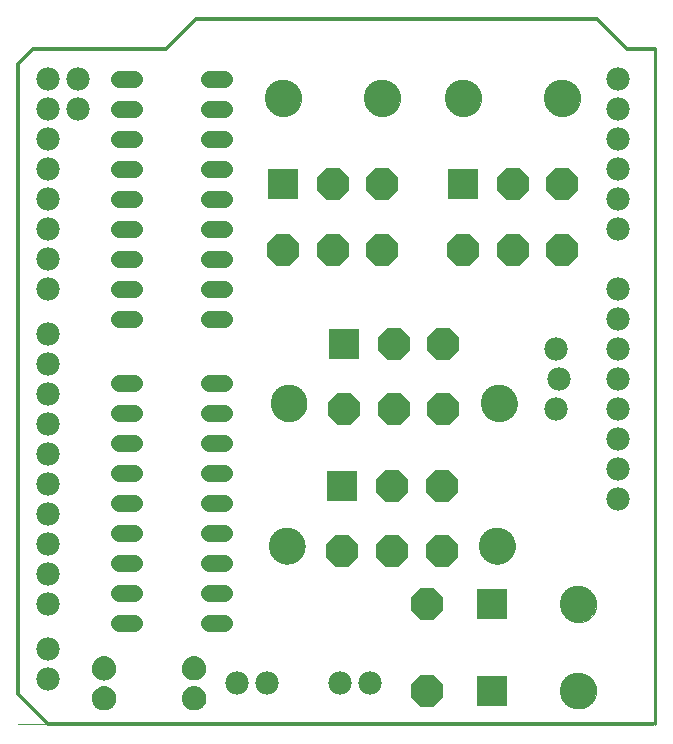
<source format=gbs>
G75*
%MOIN*%
%OFA0B0*%
%FSLAX25Y25*%
%IPPOS*%
%LPD*%
%AMOC8*
5,1,8,0,0,1.08239X$1,22.5*
%
%ADD10C,0.00000*%
%ADD11C,0.01000*%
%ADD12C,0.01200*%
%ADD13C,0.07800*%
%ADD14C,0.00500*%
%ADD15C,0.05600*%
%ADD16OC8,0.10400*%
%ADD17R,0.10400X0.10400*%
%ADD18C,0.12211*%
D10*
X0005000Y0005000D02*
X0015000Y0005000D01*
X0208701Y0005000D01*
X0185959Y0016250D02*
X0185961Y0016403D01*
X0185967Y0016557D01*
X0185977Y0016710D01*
X0185991Y0016862D01*
X0186009Y0017015D01*
X0186031Y0017166D01*
X0186056Y0017317D01*
X0186086Y0017468D01*
X0186120Y0017618D01*
X0186157Y0017766D01*
X0186198Y0017914D01*
X0186243Y0018060D01*
X0186292Y0018206D01*
X0186345Y0018350D01*
X0186401Y0018492D01*
X0186461Y0018633D01*
X0186525Y0018773D01*
X0186592Y0018911D01*
X0186663Y0019047D01*
X0186738Y0019181D01*
X0186815Y0019313D01*
X0186897Y0019443D01*
X0186981Y0019571D01*
X0187069Y0019697D01*
X0187160Y0019820D01*
X0187254Y0019941D01*
X0187352Y0020059D01*
X0187452Y0020175D01*
X0187556Y0020288D01*
X0187662Y0020399D01*
X0187771Y0020507D01*
X0187883Y0020612D01*
X0187997Y0020713D01*
X0188115Y0020812D01*
X0188234Y0020908D01*
X0188356Y0021001D01*
X0188481Y0021090D01*
X0188608Y0021177D01*
X0188737Y0021259D01*
X0188868Y0021339D01*
X0189001Y0021415D01*
X0189136Y0021488D01*
X0189273Y0021557D01*
X0189412Y0021622D01*
X0189552Y0021684D01*
X0189694Y0021742D01*
X0189837Y0021797D01*
X0189982Y0021848D01*
X0190128Y0021895D01*
X0190275Y0021938D01*
X0190423Y0021977D01*
X0190572Y0022013D01*
X0190722Y0022044D01*
X0190873Y0022072D01*
X0191024Y0022096D01*
X0191177Y0022116D01*
X0191329Y0022132D01*
X0191482Y0022144D01*
X0191635Y0022152D01*
X0191788Y0022156D01*
X0191942Y0022156D01*
X0192095Y0022152D01*
X0192248Y0022144D01*
X0192401Y0022132D01*
X0192553Y0022116D01*
X0192706Y0022096D01*
X0192857Y0022072D01*
X0193008Y0022044D01*
X0193158Y0022013D01*
X0193307Y0021977D01*
X0193455Y0021938D01*
X0193602Y0021895D01*
X0193748Y0021848D01*
X0193893Y0021797D01*
X0194036Y0021742D01*
X0194178Y0021684D01*
X0194318Y0021622D01*
X0194457Y0021557D01*
X0194594Y0021488D01*
X0194729Y0021415D01*
X0194862Y0021339D01*
X0194993Y0021259D01*
X0195122Y0021177D01*
X0195249Y0021090D01*
X0195374Y0021001D01*
X0195496Y0020908D01*
X0195615Y0020812D01*
X0195733Y0020713D01*
X0195847Y0020612D01*
X0195959Y0020507D01*
X0196068Y0020399D01*
X0196174Y0020288D01*
X0196278Y0020175D01*
X0196378Y0020059D01*
X0196476Y0019941D01*
X0196570Y0019820D01*
X0196661Y0019697D01*
X0196749Y0019571D01*
X0196833Y0019443D01*
X0196915Y0019313D01*
X0196992Y0019181D01*
X0197067Y0019047D01*
X0197138Y0018911D01*
X0197205Y0018773D01*
X0197269Y0018633D01*
X0197329Y0018492D01*
X0197385Y0018350D01*
X0197438Y0018206D01*
X0197487Y0018060D01*
X0197532Y0017914D01*
X0197573Y0017766D01*
X0197610Y0017618D01*
X0197644Y0017468D01*
X0197674Y0017317D01*
X0197699Y0017166D01*
X0197721Y0017015D01*
X0197739Y0016862D01*
X0197753Y0016710D01*
X0197763Y0016557D01*
X0197769Y0016403D01*
X0197771Y0016250D01*
X0197769Y0016097D01*
X0197763Y0015943D01*
X0197753Y0015790D01*
X0197739Y0015638D01*
X0197721Y0015485D01*
X0197699Y0015334D01*
X0197674Y0015183D01*
X0197644Y0015032D01*
X0197610Y0014882D01*
X0197573Y0014734D01*
X0197532Y0014586D01*
X0197487Y0014440D01*
X0197438Y0014294D01*
X0197385Y0014150D01*
X0197329Y0014008D01*
X0197269Y0013867D01*
X0197205Y0013727D01*
X0197138Y0013589D01*
X0197067Y0013453D01*
X0196992Y0013319D01*
X0196915Y0013187D01*
X0196833Y0013057D01*
X0196749Y0012929D01*
X0196661Y0012803D01*
X0196570Y0012680D01*
X0196476Y0012559D01*
X0196378Y0012441D01*
X0196278Y0012325D01*
X0196174Y0012212D01*
X0196068Y0012101D01*
X0195959Y0011993D01*
X0195847Y0011888D01*
X0195733Y0011787D01*
X0195615Y0011688D01*
X0195496Y0011592D01*
X0195374Y0011499D01*
X0195249Y0011410D01*
X0195122Y0011323D01*
X0194993Y0011241D01*
X0194862Y0011161D01*
X0194729Y0011085D01*
X0194594Y0011012D01*
X0194457Y0010943D01*
X0194318Y0010878D01*
X0194178Y0010816D01*
X0194036Y0010758D01*
X0193893Y0010703D01*
X0193748Y0010652D01*
X0193602Y0010605D01*
X0193455Y0010562D01*
X0193307Y0010523D01*
X0193158Y0010487D01*
X0193008Y0010456D01*
X0192857Y0010428D01*
X0192706Y0010404D01*
X0192553Y0010384D01*
X0192401Y0010368D01*
X0192248Y0010356D01*
X0192095Y0010348D01*
X0191942Y0010344D01*
X0191788Y0010344D01*
X0191635Y0010348D01*
X0191482Y0010356D01*
X0191329Y0010368D01*
X0191177Y0010384D01*
X0191024Y0010404D01*
X0190873Y0010428D01*
X0190722Y0010456D01*
X0190572Y0010487D01*
X0190423Y0010523D01*
X0190275Y0010562D01*
X0190128Y0010605D01*
X0189982Y0010652D01*
X0189837Y0010703D01*
X0189694Y0010758D01*
X0189552Y0010816D01*
X0189412Y0010878D01*
X0189273Y0010943D01*
X0189136Y0011012D01*
X0189001Y0011085D01*
X0188868Y0011161D01*
X0188737Y0011241D01*
X0188608Y0011323D01*
X0188481Y0011410D01*
X0188356Y0011499D01*
X0188234Y0011592D01*
X0188115Y0011688D01*
X0187997Y0011787D01*
X0187883Y0011888D01*
X0187771Y0011993D01*
X0187662Y0012101D01*
X0187556Y0012212D01*
X0187452Y0012325D01*
X0187352Y0012441D01*
X0187254Y0012559D01*
X0187160Y0012680D01*
X0187069Y0012803D01*
X0186981Y0012929D01*
X0186897Y0013057D01*
X0186815Y0013187D01*
X0186738Y0013319D01*
X0186663Y0013453D01*
X0186592Y0013589D01*
X0186525Y0013727D01*
X0186461Y0013867D01*
X0186401Y0014008D01*
X0186345Y0014150D01*
X0186292Y0014294D01*
X0186243Y0014440D01*
X0186198Y0014586D01*
X0186157Y0014734D01*
X0186120Y0014882D01*
X0186086Y0015032D01*
X0186056Y0015183D01*
X0186031Y0015334D01*
X0186009Y0015485D01*
X0185991Y0015638D01*
X0185977Y0015790D01*
X0185967Y0015943D01*
X0185961Y0016097D01*
X0185959Y0016250D01*
X0185959Y0045000D02*
X0185961Y0045153D01*
X0185967Y0045307D01*
X0185977Y0045460D01*
X0185991Y0045612D01*
X0186009Y0045765D01*
X0186031Y0045916D01*
X0186056Y0046067D01*
X0186086Y0046218D01*
X0186120Y0046368D01*
X0186157Y0046516D01*
X0186198Y0046664D01*
X0186243Y0046810D01*
X0186292Y0046956D01*
X0186345Y0047100D01*
X0186401Y0047242D01*
X0186461Y0047383D01*
X0186525Y0047523D01*
X0186592Y0047661D01*
X0186663Y0047797D01*
X0186738Y0047931D01*
X0186815Y0048063D01*
X0186897Y0048193D01*
X0186981Y0048321D01*
X0187069Y0048447D01*
X0187160Y0048570D01*
X0187254Y0048691D01*
X0187352Y0048809D01*
X0187452Y0048925D01*
X0187556Y0049038D01*
X0187662Y0049149D01*
X0187771Y0049257D01*
X0187883Y0049362D01*
X0187997Y0049463D01*
X0188115Y0049562D01*
X0188234Y0049658D01*
X0188356Y0049751D01*
X0188481Y0049840D01*
X0188608Y0049927D01*
X0188737Y0050009D01*
X0188868Y0050089D01*
X0189001Y0050165D01*
X0189136Y0050238D01*
X0189273Y0050307D01*
X0189412Y0050372D01*
X0189552Y0050434D01*
X0189694Y0050492D01*
X0189837Y0050547D01*
X0189982Y0050598D01*
X0190128Y0050645D01*
X0190275Y0050688D01*
X0190423Y0050727D01*
X0190572Y0050763D01*
X0190722Y0050794D01*
X0190873Y0050822D01*
X0191024Y0050846D01*
X0191177Y0050866D01*
X0191329Y0050882D01*
X0191482Y0050894D01*
X0191635Y0050902D01*
X0191788Y0050906D01*
X0191942Y0050906D01*
X0192095Y0050902D01*
X0192248Y0050894D01*
X0192401Y0050882D01*
X0192553Y0050866D01*
X0192706Y0050846D01*
X0192857Y0050822D01*
X0193008Y0050794D01*
X0193158Y0050763D01*
X0193307Y0050727D01*
X0193455Y0050688D01*
X0193602Y0050645D01*
X0193748Y0050598D01*
X0193893Y0050547D01*
X0194036Y0050492D01*
X0194178Y0050434D01*
X0194318Y0050372D01*
X0194457Y0050307D01*
X0194594Y0050238D01*
X0194729Y0050165D01*
X0194862Y0050089D01*
X0194993Y0050009D01*
X0195122Y0049927D01*
X0195249Y0049840D01*
X0195374Y0049751D01*
X0195496Y0049658D01*
X0195615Y0049562D01*
X0195733Y0049463D01*
X0195847Y0049362D01*
X0195959Y0049257D01*
X0196068Y0049149D01*
X0196174Y0049038D01*
X0196278Y0048925D01*
X0196378Y0048809D01*
X0196476Y0048691D01*
X0196570Y0048570D01*
X0196661Y0048447D01*
X0196749Y0048321D01*
X0196833Y0048193D01*
X0196915Y0048063D01*
X0196992Y0047931D01*
X0197067Y0047797D01*
X0197138Y0047661D01*
X0197205Y0047523D01*
X0197269Y0047383D01*
X0197329Y0047242D01*
X0197385Y0047100D01*
X0197438Y0046956D01*
X0197487Y0046810D01*
X0197532Y0046664D01*
X0197573Y0046516D01*
X0197610Y0046368D01*
X0197644Y0046218D01*
X0197674Y0046067D01*
X0197699Y0045916D01*
X0197721Y0045765D01*
X0197739Y0045612D01*
X0197753Y0045460D01*
X0197763Y0045307D01*
X0197769Y0045153D01*
X0197771Y0045000D01*
X0197769Y0044847D01*
X0197763Y0044693D01*
X0197753Y0044540D01*
X0197739Y0044388D01*
X0197721Y0044235D01*
X0197699Y0044084D01*
X0197674Y0043933D01*
X0197644Y0043782D01*
X0197610Y0043632D01*
X0197573Y0043484D01*
X0197532Y0043336D01*
X0197487Y0043190D01*
X0197438Y0043044D01*
X0197385Y0042900D01*
X0197329Y0042758D01*
X0197269Y0042617D01*
X0197205Y0042477D01*
X0197138Y0042339D01*
X0197067Y0042203D01*
X0196992Y0042069D01*
X0196915Y0041937D01*
X0196833Y0041807D01*
X0196749Y0041679D01*
X0196661Y0041553D01*
X0196570Y0041430D01*
X0196476Y0041309D01*
X0196378Y0041191D01*
X0196278Y0041075D01*
X0196174Y0040962D01*
X0196068Y0040851D01*
X0195959Y0040743D01*
X0195847Y0040638D01*
X0195733Y0040537D01*
X0195615Y0040438D01*
X0195496Y0040342D01*
X0195374Y0040249D01*
X0195249Y0040160D01*
X0195122Y0040073D01*
X0194993Y0039991D01*
X0194862Y0039911D01*
X0194729Y0039835D01*
X0194594Y0039762D01*
X0194457Y0039693D01*
X0194318Y0039628D01*
X0194178Y0039566D01*
X0194036Y0039508D01*
X0193893Y0039453D01*
X0193748Y0039402D01*
X0193602Y0039355D01*
X0193455Y0039312D01*
X0193307Y0039273D01*
X0193158Y0039237D01*
X0193008Y0039206D01*
X0192857Y0039178D01*
X0192706Y0039154D01*
X0192553Y0039134D01*
X0192401Y0039118D01*
X0192248Y0039106D01*
X0192095Y0039098D01*
X0191942Y0039094D01*
X0191788Y0039094D01*
X0191635Y0039098D01*
X0191482Y0039106D01*
X0191329Y0039118D01*
X0191177Y0039134D01*
X0191024Y0039154D01*
X0190873Y0039178D01*
X0190722Y0039206D01*
X0190572Y0039237D01*
X0190423Y0039273D01*
X0190275Y0039312D01*
X0190128Y0039355D01*
X0189982Y0039402D01*
X0189837Y0039453D01*
X0189694Y0039508D01*
X0189552Y0039566D01*
X0189412Y0039628D01*
X0189273Y0039693D01*
X0189136Y0039762D01*
X0189001Y0039835D01*
X0188868Y0039911D01*
X0188737Y0039991D01*
X0188608Y0040073D01*
X0188481Y0040160D01*
X0188356Y0040249D01*
X0188234Y0040342D01*
X0188115Y0040438D01*
X0187997Y0040537D01*
X0187883Y0040638D01*
X0187771Y0040743D01*
X0187662Y0040851D01*
X0187556Y0040962D01*
X0187452Y0041075D01*
X0187352Y0041191D01*
X0187254Y0041309D01*
X0187160Y0041430D01*
X0187069Y0041553D01*
X0186981Y0041679D01*
X0186897Y0041807D01*
X0186815Y0041937D01*
X0186738Y0042069D01*
X0186663Y0042203D01*
X0186592Y0042339D01*
X0186525Y0042477D01*
X0186461Y0042617D01*
X0186401Y0042758D01*
X0186345Y0042900D01*
X0186292Y0043044D01*
X0186243Y0043190D01*
X0186198Y0043336D01*
X0186157Y0043484D01*
X0186120Y0043632D01*
X0186086Y0043782D01*
X0186056Y0043933D01*
X0186031Y0044084D01*
X0186009Y0044235D01*
X0185991Y0044388D01*
X0185977Y0044540D01*
X0185967Y0044693D01*
X0185961Y0044847D01*
X0185959Y0045000D01*
X0158848Y0064532D02*
X0158850Y0064685D01*
X0158856Y0064839D01*
X0158866Y0064992D01*
X0158880Y0065144D01*
X0158898Y0065297D01*
X0158920Y0065448D01*
X0158945Y0065599D01*
X0158975Y0065750D01*
X0159009Y0065900D01*
X0159046Y0066048D01*
X0159087Y0066196D01*
X0159132Y0066342D01*
X0159181Y0066488D01*
X0159234Y0066632D01*
X0159290Y0066774D01*
X0159350Y0066915D01*
X0159414Y0067055D01*
X0159481Y0067193D01*
X0159552Y0067329D01*
X0159627Y0067463D01*
X0159704Y0067595D01*
X0159786Y0067725D01*
X0159870Y0067853D01*
X0159958Y0067979D01*
X0160049Y0068102D01*
X0160143Y0068223D01*
X0160241Y0068341D01*
X0160341Y0068457D01*
X0160445Y0068570D01*
X0160551Y0068681D01*
X0160660Y0068789D01*
X0160772Y0068894D01*
X0160886Y0068995D01*
X0161004Y0069094D01*
X0161123Y0069190D01*
X0161245Y0069283D01*
X0161370Y0069372D01*
X0161497Y0069459D01*
X0161626Y0069541D01*
X0161757Y0069621D01*
X0161890Y0069697D01*
X0162025Y0069770D01*
X0162162Y0069839D01*
X0162301Y0069904D01*
X0162441Y0069966D01*
X0162583Y0070024D01*
X0162726Y0070079D01*
X0162871Y0070130D01*
X0163017Y0070177D01*
X0163164Y0070220D01*
X0163312Y0070259D01*
X0163461Y0070295D01*
X0163611Y0070326D01*
X0163762Y0070354D01*
X0163913Y0070378D01*
X0164066Y0070398D01*
X0164218Y0070414D01*
X0164371Y0070426D01*
X0164524Y0070434D01*
X0164677Y0070438D01*
X0164831Y0070438D01*
X0164984Y0070434D01*
X0165137Y0070426D01*
X0165290Y0070414D01*
X0165442Y0070398D01*
X0165595Y0070378D01*
X0165746Y0070354D01*
X0165897Y0070326D01*
X0166047Y0070295D01*
X0166196Y0070259D01*
X0166344Y0070220D01*
X0166491Y0070177D01*
X0166637Y0070130D01*
X0166782Y0070079D01*
X0166925Y0070024D01*
X0167067Y0069966D01*
X0167207Y0069904D01*
X0167346Y0069839D01*
X0167483Y0069770D01*
X0167618Y0069697D01*
X0167751Y0069621D01*
X0167882Y0069541D01*
X0168011Y0069459D01*
X0168138Y0069372D01*
X0168263Y0069283D01*
X0168385Y0069190D01*
X0168504Y0069094D01*
X0168622Y0068995D01*
X0168736Y0068894D01*
X0168848Y0068789D01*
X0168957Y0068681D01*
X0169063Y0068570D01*
X0169167Y0068457D01*
X0169267Y0068341D01*
X0169365Y0068223D01*
X0169459Y0068102D01*
X0169550Y0067979D01*
X0169638Y0067853D01*
X0169722Y0067725D01*
X0169804Y0067595D01*
X0169881Y0067463D01*
X0169956Y0067329D01*
X0170027Y0067193D01*
X0170094Y0067055D01*
X0170158Y0066915D01*
X0170218Y0066774D01*
X0170274Y0066632D01*
X0170327Y0066488D01*
X0170376Y0066342D01*
X0170421Y0066196D01*
X0170462Y0066048D01*
X0170499Y0065900D01*
X0170533Y0065750D01*
X0170563Y0065599D01*
X0170588Y0065448D01*
X0170610Y0065297D01*
X0170628Y0065144D01*
X0170642Y0064992D01*
X0170652Y0064839D01*
X0170658Y0064685D01*
X0170660Y0064532D01*
X0170658Y0064379D01*
X0170652Y0064225D01*
X0170642Y0064072D01*
X0170628Y0063920D01*
X0170610Y0063767D01*
X0170588Y0063616D01*
X0170563Y0063465D01*
X0170533Y0063314D01*
X0170499Y0063164D01*
X0170462Y0063016D01*
X0170421Y0062868D01*
X0170376Y0062722D01*
X0170327Y0062576D01*
X0170274Y0062432D01*
X0170218Y0062290D01*
X0170158Y0062149D01*
X0170094Y0062009D01*
X0170027Y0061871D01*
X0169956Y0061735D01*
X0169881Y0061601D01*
X0169804Y0061469D01*
X0169722Y0061339D01*
X0169638Y0061211D01*
X0169550Y0061085D01*
X0169459Y0060962D01*
X0169365Y0060841D01*
X0169267Y0060723D01*
X0169167Y0060607D01*
X0169063Y0060494D01*
X0168957Y0060383D01*
X0168848Y0060275D01*
X0168736Y0060170D01*
X0168622Y0060069D01*
X0168504Y0059970D01*
X0168385Y0059874D01*
X0168263Y0059781D01*
X0168138Y0059692D01*
X0168011Y0059605D01*
X0167882Y0059523D01*
X0167751Y0059443D01*
X0167618Y0059367D01*
X0167483Y0059294D01*
X0167346Y0059225D01*
X0167207Y0059160D01*
X0167067Y0059098D01*
X0166925Y0059040D01*
X0166782Y0058985D01*
X0166637Y0058934D01*
X0166491Y0058887D01*
X0166344Y0058844D01*
X0166196Y0058805D01*
X0166047Y0058769D01*
X0165897Y0058738D01*
X0165746Y0058710D01*
X0165595Y0058686D01*
X0165442Y0058666D01*
X0165290Y0058650D01*
X0165137Y0058638D01*
X0164984Y0058630D01*
X0164831Y0058626D01*
X0164677Y0058626D01*
X0164524Y0058630D01*
X0164371Y0058638D01*
X0164218Y0058650D01*
X0164066Y0058666D01*
X0163913Y0058686D01*
X0163762Y0058710D01*
X0163611Y0058738D01*
X0163461Y0058769D01*
X0163312Y0058805D01*
X0163164Y0058844D01*
X0163017Y0058887D01*
X0162871Y0058934D01*
X0162726Y0058985D01*
X0162583Y0059040D01*
X0162441Y0059098D01*
X0162301Y0059160D01*
X0162162Y0059225D01*
X0162025Y0059294D01*
X0161890Y0059367D01*
X0161757Y0059443D01*
X0161626Y0059523D01*
X0161497Y0059605D01*
X0161370Y0059692D01*
X0161245Y0059781D01*
X0161123Y0059874D01*
X0161004Y0059970D01*
X0160886Y0060069D01*
X0160772Y0060170D01*
X0160660Y0060275D01*
X0160551Y0060383D01*
X0160445Y0060494D01*
X0160341Y0060607D01*
X0160241Y0060723D01*
X0160143Y0060841D01*
X0160049Y0060962D01*
X0159958Y0061085D01*
X0159870Y0061211D01*
X0159786Y0061339D01*
X0159704Y0061469D01*
X0159627Y0061601D01*
X0159552Y0061735D01*
X0159481Y0061871D01*
X0159414Y0062009D01*
X0159350Y0062149D01*
X0159290Y0062290D01*
X0159234Y0062432D01*
X0159181Y0062576D01*
X0159132Y0062722D01*
X0159087Y0062868D01*
X0159046Y0063016D01*
X0159009Y0063164D01*
X0158975Y0063314D01*
X0158945Y0063465D01*
X0158920Y0063616D01*
X0158898Y0063767D01*
X0158880Y0063920D01*
X0158866Y0064072D01*
X0158856Y0064225D01*
X0158850Y0064379D01*
X0158848Y0064532D01*
X0159473Y0112032D02*
X0159475Y0112185D01*
X0159481Y0112339D01*
X0159491Y0112492D01*
X0159505Y0112644D01*
X0159523Y0112797D01*
X0159545Y0112948D01*
X0159570Y0113099D01*
X0159600Y0113250D01*
X0159634Y0113400D01*
X0159671Y0113548D01*
X0159712Y0113696D01*
X0159757Y0113842D01*
X0159806Y0113988D01*
X0159859Y0114132D01*
X0159915Y0114274D01*
X0159975Y0114415D01*
X0160039Y0114555D01*
X0160106Y0114693D01*
X0160177Y0114829D01*
X0160252Y0114963D01*
X0160329Y0115095D01*
X0160411Y0115225D01*
X0160495Y0115353D01*
X0160583Y0115479D01*
X0160674Y0115602D01*
X0160768Y0115723D01*
X0160866Y0115841D01*
X0160966Y0115957D01*
X0161070Y0116070D01*
X0161176Y0116181D01*
X0161285Y0116289D01*
X0161397Y0116394D01*
X0161511Y0116495D01*
X0161629Y0116594D01*
X0161748Y0116690D01*
X0161870Y0116783D01*
X0161995Y0116872D01*
X0162122Y0116959D01*
X0162251Y0117041D01*
X0162382Y0117121D01*
X0162515Y0117197D01*
X0162650Y0117270D01*
X0162787Y0117339D01*
X0162926Y0117404D01*
X0163066Y0117466D01*
X0163208Y0117524D01*
X0163351Y0117579D01*
X0163496Y0117630D01*
X0163642Y0117677D01*
X0163789Y0117720D01*
X0163937Y0117759D01*
X0164086Y0117795D01*
X0164236Y0117826D01*
X0164387Y0117854D01*
X0164538Y0117878D01*
X0164691Y0117898D01*
X0164843Y0117914D01*
X0164996Y0117926D01*
X0165149Y0117934D01*
X0165302Y0117938D01*
X0165456Y0117938D01*
X0165609Y0117934D01*
X0165762Y0117926D01*
X0165915Y0117914D01*
X0166067Y0117898D01*
X0166220Y0117878D01*
X0166371Y0117854D01*
X0166522Y0117826D01*
X0166672Y0117795D01*
X0166821Y0117759D01*
X0166969Y0117720D01*
X0167116Y0117677D01*
X0167262Y0117630D01*
X0167407Y0117579D01*
X0167550Y0117524D01*
X0167692Y0117466D01*
X0167832Y0117404D01*
X0167971Y0117339D01*
X0168108Y0117270D01*
X0168243Y0117197D01*
X0168376Y0117121D01*
X0168507Y0117041D01*
X0168636Y0116959D01*
X0168763Y0116872D01*
X0168888Y0116783D01*
X0169010Y0116690D01*
X0169129Y0116594D01*
X0169247Y0116495D01*
X0169361Y0116394D01*
X0169473Y0116289D01*
X0169582Y0116181D01*
X0169688Y0116070D01*
X0169792Y0115957D01*
X0169892Y0115841D01*
X0169990Y0115723D01*
X0170084Y0115602D01*
X0170175Y0115479D01*
X0170263Y0115353D01*
X0170347Y0115225D01*
X0170429Y0115095D01*
X0170506Y0114963D01*
X0170581Y0114829D01*
X0170652Y0114693D01*
X0170719Y0114555D01*
X0170783Y0114415D01*
X0170843Y0114274D01*
X0170899Y0114132D01*
X0170952Y0113988D01*
X0171001Y0113842D01*
X0171046Y0113696D01*
X0171087Y0113548D01*
X0171124Y0113400D01*
X0171158Y0113250D01*
X0171188Y0113099D01*
X0171213Y0112948D01*
X0171235Y0112797D01*
X0171253Y0112644D01*
X0171267Y0112492D01*
X0171277Y0112339D01*
X0171283Y0112185D01*
X0171285Y0112032D01*
X0171283Y0111879D01*
X0171277Y0111725D01*
X0171267Y0111572D01*
X0171253Y0111420D01*
X0171235Y0111267D01*
X0171213Y0111116D01*
X0171188Y0110965D01*
X0171158Y0110814D01*
X0171124Y0110664D01*
X0171087Y0110516D01*
X0171046Y0110368D01*
X0171001Y0110222D01*
X0170952Y0110076D01*
X0170899Y0109932D01*
X0170843Y0109790D01*
X0170783Y0109649D01*
X0170719Y0109509D01*
X0170652Y0109371D01*
X0170581Y0109235D01*
X0170506Y0109101D01*
X0170429Y0108969D01*
X0170347Y0108839D01*
X0170263Y0108711D01*
X0170175Y0108585D01*
X0170084Y0108462D01*
X0169990Y0108341D01*
X0169892Y0108223D01*
X0169792Y0108107D01*
X0169688Y0107994D01*
X0169582Y0107883D01*
X0169473Y0107775D01*
X0169361Y0107670D01*
X0169247Y0107569D01*
X0169129Y0107470D01*
X0169010Y0107374D01*
X0168888Y0107281D01*
X0168763Y0107192D01*
X0168636Y0107105D01*
X0168507Y0107023D01*
X0168376Y0106943D01*
X0168243Y0106867D01*
X0168108Y0106794D01*
X0167971Y0106725D01*
X0167832Y0106660D01*
X0167692Y0106598D01*
X0167550Y0106540D01*
X0167407Y0106485D01*
X0167262Y0106434D01*
X0167116Y0106387D01*
X0166969Y0106344D01*
X0166821Y0106305D01*
X0166672Y0106269D01*
X0166522Y0106238D01*
X0166371Y0106210D01*
X0166220Y0106186D01*
X0166067Y0106166D01*
X0165915Y0106150D01*
X0165762Y0106138D01*
X0165609Y0106130D01*
X0165456Y0106126D01*
X0165302Y0106126D01*
X0165149Y0106130D01*
X0164996Y0106138D01*
X0164843Y0106150D01*
X0164691Y0106166D01*
X0164538Y0106186D01*
X0164387Y0106210D01*
X0164236Y0106238D01*
X0164086Y0106269D01*
X0163937Y0106305D01*
X0163789Y0106344D01*
X0163642Y0106387D01*
X0163496Y0106434D01*
X0163351Y0106485D01*
X0163208Y0106540D01*
X0163066Y0106598D01*
X0162926Y0106660D01*
X0162787Y0106725D01*
X0162650Y0106794D01*
X0162515Y0106867D01*
X0162382Y0106943D01*
X0162251Y0107023D01*
X0162122Y0107105D01*
X0161995Y0107192D01*
X0161870Y0107281D01*
X0161748Y0107374D01*
X0161629Y0107470D01*
X0161511Y0107569D01*
X0161397Y0107670D01*
X0161285Y0107775D01*
X0161176Y0107883D01*
X0161070Y0107994D01*
X0160966Y0108107D01*
X0160866Y0108223D01*
X0160768Y0108341D01*
X0160674Y0108462D01*
X0160583Y0108585D01*
X0160495Y0108711D01*
X0160411Y0108839D01*
X0160329Y0108969D01*
X0160252Y0109101D01*
X0160177Y0109235D01*
X0160106Y0109371D01*
X0160039Y0109509D01*
X0159975Y0109649D01*
X0159915Y0109790D01*
X0159859Y0109932D01*
X0159806Y0110076D01*
X0159757Y0110222D01*
X0159712Y0110368D01*
X0159671Y0110516D01*
X0159634Y0110664D01*
X0159600Y0110814D01*
X0159570Y0110965D01*
X0159545Y0111116D01*
X0159523Y0111267D01*
X0159505Y0111420D01*
X0159491Y0111572D01*
X0159481Y0111725D01*
X0159475Y0111879D01*
X0159473Y0112032D01*
X0089394Y0112032D02*
X0089396Y0112185D01*
X0089402Y0112339D01*
X0089412Y0112492D01*
X0089426Y0112644D01*
X0089444Y0112797D01*
X0089466Y0112948D01*
X0089491Y0113099D01*
X0089521Y0113250D01*
X0089555Y0113400D01*
X0089592Y0113548D01*
X0089633Y0113696D01*
X0089678Y0113842D01*
X0089727Y0113988D01*
X0089780Y0114132D01*
X0089836Y0114274D01*
X0089896Y0114415D01*
X0089960Y0114555D01*
X0090027Y0114693D01*
X0090098Y0114829D01*
X0090173Y0114963D01*
X0090250Y0115095D01*
X0090332Y0115225D01*
X0090416Y0115353D01*
X0090504Y0115479D01*
X0090595Y0115602D01*
X0090689Y0115723D01*
X0090787Y0115841D01*
X0090887Y0115957D01*
X0090991Y0116070D01*
X0091097Y0116181D01*
X0091206Y0116289D01*
X0091318Y0116394D01*
X0091432Y0116495D01*
X0091550Y0116594D01*
X0091669Y0116690D01*
X0091791Y0116783D01*
X0091916Y0116872D01*
X0092043Y0116959D01*
X0092172Y0117041D01*
X0092303Y0117121D01*
X0092436Y0117197D01*
X0092571Y0117270D01*
X0092708Y0117339D01*
X0092847Y0117404D01*
X0092987Y0117466D01*
X0093129Y0117524D01*
X0093272Y0117579D01*
X0093417Y0117630D01*
X0093563Y0117677D01*
X0093710Y0117720D01*
X0093858Y0117759D01*
X0094007Y0117795D01*
X0094157Y0117826D01*
X0094308Y0117854D01*
X0094459Y0117878D01*
X0094612Y0117898D01*
X0094764Y0117914D01*
X0094917Y0117926D01*
X0095070Y0117934D01*
X0095223Y0117938D01*
X0095377Y0117938D01*
X0095530Y0117934D01*
X0095683Y0117926D01*
X0095836Y0117914D01*
X0095988Y0117898D01*
X0096141Y0117878D01*
X0096292Y0117854D01*
X0096443Y0117826D01*
X0096593Y0117795D01*
X0096742Y0117759D01*
X0096890Y0117720D01*
X0097037Y0117677D01*
X0097183Y0117630D01*
X0097328Y0117579D01*
X0097471Y0117524D01*
X0097613Y0117466D01*
X0097753Y0117404D01*
X0097892Y0117339D01*
X0098029Y0117270D01*
X0098164Y0117197D01*
X0098297Y0117121D01*
X0098428Y0117041D01*
X0098557Y0116959D01*
X0098684Y0116872D01*
X0098809Y0116783D01*
X0098931Y0116690D01*
X0099050Y0116594D01*
X0099168Y0116495D01*
X0099282Y0116394D01*
X0099394Y0116289D01*
X0099503Y0116181D01*
X0099609Y0116070D01*
X0099713Y0115957D01*
X0099813Y0115841D01*
X0099911Y0115723D01*
X0100005Y0115602D01*
X0100096Y0115479D01*
X0100184Y0115353D01*
X0100268Y0115225D01*
X0100350Y0115095D01*
X0100427Y0114963D01*
X0100502Y0114829D01*
X0100573Y0114693D01*
X0100640Y0114555D01*
X0100704Y0114415D01*
X0100764Y0114274D01*
X0100820Y0114132D01*
X0100873Y0113988D01*
X0100922Y0113842D01*
X0100967Y0113696D01*
X0101008Y0113548D01*
X0101045Y0113400D01*
X0101079Y0113250D01*
X0101109Y0113099D01*
X0101134Y0112948D01*
X0101156Y0112797D01*
X0101174Y0112644D01*
X0101188Y0112492D01*
X0101198Y0112339D01*
X0101204Y0112185D01*
X0101206Y0112032D01*
X0101204Y0111879D01*
X0101198Y0111725D01*
X0101188Y0111572D01*
X0101174Y0111420D01*
X0101156Y0111267D01*
X0101134Y0111116D01*
X0101109Y0110965D01*
X0101079Y0110814D01*
X0101045Y0110664D01*
X0101008Y0110516D01*
X0100967Y0110368D01*
X0100922Y0110222D01*
X0100873Y0110076D01*
X0100820Y0109932D01*
X0100764Y0109790D01*
X0100704Y0109649D01*
X0100640Y0109509D01*
X0100573Y0109371D01*
X0100502Y0109235D01*
X0100427Y0109101D01*
X0100350Y0108969D01*
X0100268Y0108839D01*
X0100184Y0108711D01*
X0100096Y0108585D01*
X0100005Y0108462D01*
X0099911Y0108341D01*
X0099813Y0108223D01*
X0099713Y0108107D01*
X0099609Y0107994D01*
X0099503Y0107883D01*
X0099394Y0107775D01*
X0099282Y0107670D01*
X0099168Y0107569D01*
X0099050Y0107470D01*
X0098931Y0107374D01*
X0098809Y0107281D01*
X0098684Y0107192D01*
X0098557Y0107105D01*
X0098428Y0107023D01*
X0098297Y0106943D01*
X0098164Y0106867D01*
X0098029Y0106794D01*
X0097892Y0106725D01*
X0097753Y0106660D01*
X0097613Y0106598D01*
X0097471Y0106540D01*
X0097328Y0106485D01*
X0097183Y0106434D01*
X0097037Y0106387D01*
X0096890Y0106344D01*
X0096742Y0106305D01*
X0096593Y0106269D01*
X0096443Y0106238D01*
X0096292Y0106210D01*
X0096141Y0106186D01*
X0095988Y0106166D01*
X0095836Y0106150D01*
X0095683Y0106138D01*
X0095530Y0106130D01*
X0095377Y0106126D01*
X0095223Y0106126D01*
X0095070Y0106130D01*
X0094917Y0106138D01*
X0094764Y0106150D01*
X0094612Y0106166D01*
X0094459Y0106186D01*
X0094308Y0106210D01*
X0094157Y0106238D01*
X0094007Y0106269D01*
X0093858Y0106305D01*
X0093710Y0106344D01*
X0093563Y0106387D01*
X0093417Y0106434D01*
X0093272Y0106485D01*
X0093129Y0106540D01*
X0092987Y0106598D01*
X0092847Y0106660D01*
X0092708Y0106725D01*
X0092571Y0106794D01*
X0092436Y0106867D01*
X0092303Y0106943D01*
X0092172Y0107023D01*
X0092043Y0107105D01*
X0091916Y0107192D01*
X0091791Y0107281D01*
X0091669Y0107374D01*
X0091550Y0107470D01*
X0091432Y0107569D01*
X0091318Y0107670D01*
X0091206Y0107775D01*
X0091097Y0107883D01*
X0090991Y0107994D01*
X0090887Y0108107D01*
X0090787Y0108223D01*
X0090689Y0108341D01*
X0090595Y0108462D01*
X0090504Y0108585D01*
X0090416Y0108711D01*
X0090332Y0108839D01*
X0090250Y0108969D01*
X0090173Y0109101D01*
X0090098Y0109235D01*
X0090027Y0109371D01*
X0089960Y0109509D01*
X0089896Y0109649D01*
X0089836Y0109790D01*
X0089780Y0109932D01*
X0089727Y0110076D01*
X0089678Y0110222D01*
X0089633Y0110368D01*
X0089592Y0110516D01*
X0089555Y0110664D01*
X0089521Y0110814D01*
X0089491Y0110965D01*
X0089466Y0111116D01*
X0089444Y0111267D01*
X0089426Y0111420D01*
X0089412Y0111572D01*
X0089402Y0111725D01*
X0089396Y0111879D01*
X0089394Y0112032D01*
X0088769Y0064532D02*
X0088771Y0064685D01*
X0088777Y0064839D01*
X0088787Y0064992D01*
X0088801Y0065144D01*
X0088819Y0065297D01*
X0088841Y0065448D01*
X0088866Y0065599D01*
X0088896Y0065750D01*
X0088930Y0065900D01*
X0088967Y0066048D01*
X0089008Y0066196D01*
X0089053Y0066342D01*
X0089102Y0066488D01*
X0089155Y0066632D01*
X0089211Y0066774D01*
X0089271Y0066915D01*
X0089335Y0067055D01*
X0089402Y0067193D01*
X0089473Y0067329D01*
X0089548Y0067463D01*
X0089625Y0067595D01*
X0089707Y0067725D01*
X0089791Y0067853D01*
X0089879Y0067979D01*
X0089970Y0068102D01*
X0090064Y0068223D01*
X0090162Y0068341D01*
X0090262Y0068457D01*
X0090366Y0068570D01*
X0090472Y0068681D01*
X0090581Y0068789D01*
X0090693Y0068894D01*
X0090807Y0068995D01*
X0090925Y0069094D01*
X0091044Y0069190D01*
X0091166Y0069283D01*
X0091291Y0069372D01*
X0091418Y0069459D01*
X0091547Y0069541D01*
X0091678Y0069621D01*
X0091811Y0069697D01*
X0091946Y0069770D01*
X0092083Y0069839D01*
X0092222Y0069904D01*
X0092362Y0069966D01*
X0092504Y0070024D01*
X0092647Y0070079D01*
X0092792Y0070130D01*
X0092938Y0070177D01*
X0093085Y0070220D01*
X0093233Y0070259D01*
X0093382Y0070295D01*
X0093532Y0070326D01*
X0093683Y0070354D01*
X0093834Y0070378D01*
X0093987Y0070398D01*
X0094139Y0070414D01*
X0094292Y0070426D01*
X0094445Y0070434D01*
X0094598Y0070438D01*
X0094752Y0070438D01*
X0094905Y0070434D01*
X0095058Y0070426D01*
X0095211Y0070414D01*
X0095363Y0070398D01*
X0095516Y0070378D01*
X0095667Y0070354D01*
X0095818Y0070326D01*
X0095968Y0070295D01*
X0096117Y0070259D01*
X0096265Y0070220D01*
X0096412Y0070177D01*
X0096558Y0070130D01*
X0096703Y0070079D01*
X0096846Y0070024D01*
X0096988Y0069966D01*
X0097128Y0069904D01*
X0097267Y0069839D01*
X0097404Y0069770D01*
X0097539Y0069697D01*
X0097672Y0069621D01*
X0097803Y0069541D01*
X0097932Y0069459D01*
X0098059Y0069372D01*
X0098184Y0069283D01*
X0098306Y0069190D01*
X0098425Y0069094D01*
X0098543Y0068995D01*
X0098657Y0068894D01*
X0098769Y0068789D01*
X0098878Y0068681D01*
X0098984Y0068570D01*
X0099088Y0068457D01*
X0099188Y0068341D01*
X0099286Y0068223D01*
X0099380Y0068102D01*
X0099471Y0067979D01*
X0099559Y0067853D01*
X0099643Y0067725D01*
X0099725Y0067595D01*
X0099802Y0067463D01*
X0099877Y0067329D01*
X0099948Y0067193D01*
X0100015Y0067055D01*
X0100079Y0066915D01*
X0100139Y0066774D01*
X0100195Y0066632D01*
X0100248Y0066488D01*
X0100297Y0066342D01*
X0100342Y0066196D01*
X0100383Y0066048D01*
X0100420Y0065900D01*
X0100454Y0065750D01*
X0100484Y0065599D01*
X0100509Y0065448D01*
X0100531Y0065297D01*
X0100549Y0065144D01*
X0100563Y0064992D01*
X0100573Y0064839D01*
X0100579Y0064685D01*
X0100581Y0064532D01*
X0100579Y0064379D01*
X0100573Y0064225D01*
X0100563Y0064072D01*
X0100549Y0063920D01*
X0100531Y0063767D01*
X0100509Y0063616D01*
X0100484Y0063465D01*
X0100454Y0063314D01*
X0100420Y0063164D01*
X0100383Y0063016D01*
X0100342Y0062868D01*
X0100297Y0062722D01*
X0100248Y0062576D01*
X0100195Y0062432D01*
X0100139Y0062290D01*
X0100079Y0062149D01*
X0100015Y0062009D01*
X0099948Y0061871D01*
X0099877Y0061735D01*
X0099802Y0061601D01*
X0099725Y0061469D01*
X0099643Y0061339D01*
X0099559Y0061211D01*
X0099471Y0061085D01*
X0099380Y0060962D01*
X0099286Y0060841D01*
X0099188Y0060723D01*
X0099088Y0060607D01*
X0098984Y0060494D01*
X0098878Y0060383D01*
X0098769Y0060275D01*
X0098657Y0060170D01*
X0098543Y0060069D01*
X0098425Y0059970D01*
X0098306Y0059874D01*
X0098184Y0059781D01*
X0098059Y0059692D01*
X0097932Y0059605D01*
X0097803Y0059523D01*
X0097672Y0059443D01*
X0097539Y0059367D01*
X0097404Y0059294D01*
X0097267Y0059225D01*
X0097128Y0059160D01*
X0096988Y0059098D01*
X0096846Y0059040D01*
X0096703Y0058985D01*
X0096558Y0058934D01*
X0096412Y0058887D01*
X0096265Y0058844D01*
X0096117Y0058805D01*
X0095968Y0058769D01*
X0095818Y0058738D01*
X0095667Y0058710D01*
X0095516Y0058686D01*
X0095363Y0058666D01*
X0095211Y0058650D01*
X0095058Y0058638D01*
X0094905Y0058630D01*
X0094752Y0058626D01*
X0094598Y0058626D01*
X0094445Y0058630D01*
X0094292Y0058638D01*
X0094139Y0058650D01*
X0093987Y0058666D01*
X0093834Y0058686D01*
X0093683Y0058710D01*
X0093532Y0058738D01*
X0093382Y0058769D01*
X0093233Y0058805D01*
X0093085Y0058844D01*
X0092938Y0058887D01*
X0092792Y0058934D01*
X0092647Y0058985D01*
X0092504Y0059040D01*
X0092362Y0059098D01*
X0092222Y0059160D01*
X0092083Y0059225D01*
X0091946Y0059294D01*
X0091811Y0059367D01*
X0091678Y0059443D01*
X0091547Y0059523D01*
X0091418Y0059605D01*
X0091291Y0059692D01*
X0091166Y0059781D01*
X0091044Y0059874D01*
X0090925Y0059970D01*
X0090807Y0060069D01*
X0090693Y0060170D01*
X0090581Y0060275D01*
X0090472Y0060383D01*
X0090366Y0060494D01*
X0090262Y0060607D01*
X0090162Y0060723D01*
X0090064Y0060841D01*
X0089970Y0060962D01*
X0089879Y0061085D01*
X0089791Y0061211D01*
X0089707Y0061339D01*
X0089625Y0061469D01*
X0089548Y0061601D01*
X0089473Y0061735D01*
X0089402Y0061871D01*
X0089335Y0062009D01*
X0089271Y0062149D01*
X0089211Y0062290D01*
X0089155Y0062432D01*
X0089102Y0062576D01*
X0089053Y0062722D01*
X0089008Y0062868D01*
X0088967Y0063016D01*
X0088930Y0063164D01*
X0088896Y0063314D01*
X0088866Y0063465D01*
X0088841Y0063616D01*
X0088819Y0063767D01*
X0088801Y0063920D01*
X0088787Y0064072D01*
X0088777Y0064225D01*
X0088771Y0064379D01*
X0088769Y0064532D01*
X0087594Y0213740D02*
X0087596Y0213893D01*
X0087602Y0214047D01*
X0087612Y0214200D01*
X0087626Y0214352D01*
X0087644Y0214505D01*
X0087666Y0214656D01*
X0087691Y0214807D01*
X0087721Y0214958D01*
X0087755Y0215108D01*
X0087792Y0215256D01*
X0087833Y0215404D01*
X0087878Y0215550D01*
X0087927Y0215696D01*
X0087980Y0215840D01*
X0088036Y0215982D01*
X0088096Y0216123D01*
X0088160Y0216263D01*
X0088227Y0216401D01*
X0088298Y0216537D01*
X0088373Y0216671D01*
X0088450Y0216803D01*
X0088532Y0216933D01*
X0088616Y0217061D01*
X0088704Y0217187D01*
X0088795Y0217310D01*
X0088889Y0217431D01*
X0088987Y0217549D01*
X0089087Y0217665D01*
X0089191Y0217778D01*
X0089297Y0217889D01*
X0089406Y0217997D01*
X0089518Y0218102D01*
X0089632Y0218203D01*
X0089750Y0218302D01*
X0089869Y0218398D01*
X0089991Y0218491D01*
X0090116Y0218580D01*
X0090243Y0218667D01*
X0090372Y0218749D01*
X0090503Y0218829D01*
X0090636Y0218905D01*
X0090771Y0218978D01*
X0090908Y0219047D01*
X0091047Y0219112D01*
X0091187Y0219174D01*
X0091329Y0219232D01*
X0091472Y0219287D01*
X0091617Y0219338D01*
X0091763Y0219385D01*
X0091910Y0219428D01*
X0092058Y0219467D01*
X0092207Y0219503D01*
X0092357Y0219534D01*
X0092508Y0219562D01*
X0092659Y0219586D01*
X0092812Y0219606D01*
X0092964Y0219622D01*
X0093117Y0219634D01*
X0093270Y0219642D01*
X0093423Y0219646D01*
X0093577Y0219646D01*
X0093730Y0219642D01*
X0093883Y0219634D01*
X0094036Y0219622D01*
X0094188Y0219606D01*
X0094341Y0219586D01*
X0094492Y0219562D01*
X0094643Y0219534D01*
X0094793Y0219503D01*
X0094942Y0219467D01*
X0095090Y0219428D01*
X0095237Y0219385D01*
X0095383Y0219338D01*
X0095528Y0219287D01*
X0095671Y0219232D01*
X0095813Y0219174D01*
X0095953Y0219112D01*
X0096092Y0219047D01*
X0096229Y0218978D01*
X0096364Y0218905D01*
X0096497Y0218829D01*
X0096628Y0218749D01*
X0096757Y0218667D01*
X0096884Y0218580D01*
X0097009Y0218491D01*
X0097131Y0218398D01*
X0097250Y0218302D01*
X0097368Y0218203D01*
X0097482Y0218102D01*
X0097594Y0217997D01*
X0097703Y0217889D01*
X0097809Y0217778D01*
X0097913Y0217665D01*
X0098013Y0217549D01*
X0098111Y0217431D01*
X0098205Y0217310D01*
X0098296Y0217187D01*
X0098384Y0217061D01*
X0098468Y0216933D01*
X0098550Y0216803D01*
X0098627Y0216671D01*
X0098702Y0216537D01*
X0098773Y0216401D01*
X0098840Y0216263D01*
X0098904Y0216123D01*
X0098964Y0215982D01*
X0099020Y0215840D01*
X0099073Y0215696D01*
X0099122Y0215550D01*
X0099167Y0215404D01*
X0099208Y0215256D01*
X0099245Y0215108D01*
X0099279Y0214958D01*
X0099309Y0214807D01*
X0099334Y0214656D01*
X0099356Y0214505D01*
X0099374Y0214352D01*
X0099388Y0214200D01*
X0099398Y0214047D01*
X0099404Y0213893D01*
X0099406Y0213740D01*
X0099404Y0213587D01*
X0099398Y0213433D01*
X0099388Y0213280D01*
X0099374Y0213128D01*
X0099356Y0212975D01*
X0099334Y0212824D01*
X0099309Y0212673D01*
X0099279Y0212522D01*
X0099245Y0212372D01*
X0099208Y0212224D01*
X0099167Y0212076D01*
X0099122Y0211930D01*
X0099073Y0211784D01*
X0099020Y0211640D01*
X0098964Y0211498D01*
X0098904Y0211357D01*
X0098840Y0211217D01*
X0098773Y0211079D01*
X0098702Y0210943D01*
X0098627Y0210809D01*
X0098550Y0210677D01*
X0098468Y0210547D01*
X0098384Y0210419D01*
X0098296Y0210293D01*
X0098205Y0210170D01*
X0098111Y0210049D01*
X0098013Y0209931D01*
X0097913Y0209815D01*
X0097809Y0209702D01*
X0097703Y0209591D01*
X0097594Y0209483D01*
X0097482Y0209378D01*
X0097368Y0209277D01*
X0097250Y0209178D01*
X0097131Y0209082D01*
X0097009Y0208989D01*
X0096884Y0208900D01*
X0096757Y0208813D01*
X0096628Y0208731D01*
X0096497Y0208651D01*
X0096364Y0208575D01*
X0096229Y0208502D01*
X0096092Y0208433D01*
X0095953Y0208368D01*
X0095813Y0208306D01*
X0095671Y0208248D01*
X0095528Y0208193D01*
X0095383Y0208142D01*
X0095237Y0208095D01*
X0095090Y0208052D01*
X0094942Y0208013D01*
X0094793Y0207977D01*
X0094643Y0207946D01*
X0094492Y0207918D01*
X0094341Y0207894D01*
X0094188Y0207874D01*
X0094036Y0207858D01*
X0093883Y0207846D01*
X0093730Y0207838D01*
X0093577Y0207834D01*
X0093423Y0207834D01*
X0093270Y0207838D01*
X0093117Y0207846D01*
X0092964Y0207858D01*
X0092812Y0207874D01*
X0092659Y0207894D01*
X0092508Y0207918D01*
X0092357Y0207946D01*
X0092207Y0207977D01*
X0092058Y0208013D01*
X0091910Y0208052D01*
X0091763Y0208095D01*
X0091617Y0208142D01*
X0091472Y0208193D01*
X0091329Y0208248D01*
X0091187Y0208306D01*
X0091047Y0208368D01*
X0090908Y0208433D01*
X0090771Y0208502D01*
X0090636Y0208575D01*
X0090503Y0208651D01*
X0090372Y0208731D01*
X0090243Y0208813D01*
X0090116Y0208900D01*
X0089991Y0208989D01*
X0089869Y0209082D01*
X0089750Y0209178D01*
X0089632Y0209277D01*
X0089518Y0209378D01*
X0089406Y0209483D01*
X0089297Y0209591D01*
X0089191Y0209702D01*
X0089087Y0209815D01*
X0088987Y0209931D01*
X0088889Y0210049D01*
X0088795Y0210170D01*
X0088704Y0210293D01*
X0088616Y0210419D01*
X0088532Y0210547D01*
X0088450Y0210677D01*
X0088373Y0210809D01*
X0088298Y0210943D01*
X0088227Y0211079D01*
X0088160Y0211217D01*
X0088096Y0211357D01*
X0088036Y0211498D01*
X0087980Y0211640D01*
X0087927Y0211784D01*
X0087878Y0211930D01*
X0087833Y0212076D01*
X0087792Y0212224D01*
X0087755Y0212372D01*
X0087721Y0212522D01*
X0087691Y0212673D01*
X0087666Y0212824D01*
X0087644Y0212975D01*
X0087626Y0213128D01*
X0087612Y0213280D01*
X0087602Y0213433D01*
X0087596Y0213587D01*
X0087594Y0213740D01*
X0120594Y0213740D02*
X0120596Y0213893D01*
X0120602Y0214047D01*
X0120612Y0214200D01*
X0120626Y0214352D01*
X0120644Y0214505D01*
X0120666Y0214656D01*
X0120691Y0214807D01*
X0120721Y0214958D01*
X0120755Y0215108D01*
X0120792Y0215256D01*
X0120833Y0215404D01*
X0120878Y0215550D01*
X0120927Y0215696D01*
X0120980Y0215840D01*
X0121036Y0215982D01*
X0121096Y0216123D01*
X0121160Y0216263D01*
X0121227Y0216401D01*
X0121298Y0216537D01*
X0121373Y0216671D01*
X0121450Y0216803D01*
X0121532Y0216933D01*
X0121616Y0217061D01*
X0121704Y0217187D01*
X0121795Y0217310D01*
X0121889Y0217431D01*
X0121987Y0217549D01*
X0122087Y0217665D01*
X0122191Y0217778D01*
X0122297Y0217889D01*
X0122406Y0217997D01*
X0122518Y0218102D01*
X0122632Y0218203D01*
X0122750Y0218302D01*
X0122869Y0218398D01*
X0122991Y0218491D01*
X0123116Y0218580D01*
X0123243Y0218667D01*
X0123372Y0218749D01*
X0123503Y0218829D01*
X0123636Y0218905D01*
X0123771Y0218978D01*
X0123908Y0219047D01*
X0124047Y0219112D01*
X0124187Y0219174D01*
X0124329Y0219232D01*
X0124472Y0219287D01*
X0124617Y0219338D01*
X0124763Y0219385D01*
X0124910Y0219428D01*
X0125058Y0219467D01*
X0125207Y0219503D01*
X0125357Y0219534D01*
X0125508Y0219562D01*
X0125659Y0219586D01*
X0125812Y0219606D01*
X0125964Y0219622D01*
X0126117Y0219634D01*
X0126270Y0219642D01*
X0126423Y0219646D01*
X0126577Y0219646D01*
X0126730Y0219642D01*
X0126883Y0219634D01*
X0127036Y0219622D01*
X0127188Y0219606D01*
X0127341Y0219586D01*
X0127492Y0219562D01*
X0127643Y0219534D01*
X0127793Y0219503D01*
X0127942Y0219467D01*
X0128090Y0219428D01*
X0128237Y0219385D01*
X0128383Y0219338D01*
X0128528Y0219287D01*
X0128671Y0219232D01*
X0128813Y0219174D01*
X0128953Y0219112D01*
X0129092Y0219047D01*
X0129229Y0218978D01*
X0129364Y0218905D01*
X0129497Y0218829D01*
X0129628Y0218749D01*
X0129757Y0218667D01*
X0129884Y0218580D01*
X0130009Y0218491D01*
X0130131Y0218398D01*
X0130250Y0218302D01*
X0130368Y0218203D01*
X0130482Y0218102D01*
X0130594Y0217997D01*
X0130703Y0217889D01*
X0130809Y0217778D01*
X0130913Y0217665D01*
X0131013Y0217549D01*
X0131111Y0217431D01*
X0131205Y0217310D01*
X0131296Y0217187D01*
X0131384Y0217061D01*
X0131468Y0216933D01*
X0131550Y0216803D01*
X0131627Y0216671D01*
X0131702Y0216537D01*
X0131773Y0216401D01*
X0131840Y0216263D01*
X0131904Y0216123D01*
X0131964Y0215982D01*
X0132020Y0215840D01*
X0132073Y0215696D01*
X0132122Y0215550D01*
X0132167Y0215404D01*
X0132208Y0215256D01*
X0132245Y0215108D01*
X0132279Y0214958D01*
X0132309Y0214807D01*
X0132334Y0214656D01*
X0132356Y0214505D01*
X0132374Y0214352D01*
X0132388Y0214200D01*
X0132398Y0214047D01*
X0132404Y0213893D01*
X0132406Y0213740D01*
X0132404Y0213587D01*
X0132398Y0213433D01*
X0132388Y0213280D01*
X0132374Y0213128D01*
X0132356Y0212975D01*
X0132334Y0212824D01*
X0132309Y0212673D01*
X0132279Y0212522D01*
X0132245Y0212372D01*
X0132208Y0212224D01*
X0132167Y0212076D01*
X0132122Y0211930D01*
X0132073Y0211784D01*
X0132020Y0211640D01*
X0131964Y0211498D01*
X0131904Y0211357D01*
X0131840Y0211217D01*
X0131773Y0211079D01*
X0131702Y0210943D01*
X0131627Y0210809D01*
X0131550Y0210677D01*
X0131468Y0210547D01*
X0131384Y0210419D01*
X0131296Y0210293D01*
X0131205Y0210170D01*
X0131111Y0210049D01*
X0131013Y0209931D01*
X0130913Y0209815D01*
X0130809Y0209702D01*
X0130703Y0209591D01*
X0130594Y0209483D01*
X0130482Y0209378D01*
X0130368Y0209277D01*
X0130250Y0209178D01*
X0130131Y0209082D01*
X0130009Y0208989D01*
X0129884Y0208900D01*
X0129757Y0208813D01*
X0129628Y0208731D01*
X0129497Y0208651D01*
X0129364Y0208575D01*
X0129229Y0208502D01*
X0129092Y0208433D01*
X0128953Y0208368D01*
X0128813Y0208306D01*
X0128671Y0208248D01*
X0128528Y0208193D01*
X0128383Y0208142D01*
X0128237Y0208095D01*
X0128090Y0208052D01*
X0127942Y0208013D01*
X0127793Y0207977D01*
X0127643Y0207946D01*
X0127492Y0207918D01*
X0127341Y0207894D01*
X0127188Y0207874D01*
X0127036Y0207858D01*
X0126883Y0207846D01*
X0126730Y0207838D01*
X0126577Y0207834D01*
X0126423Y0207834D01*
X0126270Y0207838D01*
X0126117Y0207846D01*
X0125964Y0207858D01*
X0125812Y0207874D01*
X0125659Y0207894D01*
X0125508Y0207918D01*
X0125357Y0207946D01*
X0125207Y0207977D01*
X0125058Y0208013D01*
X0124910Y0208052D01*
X0124763Y0208095D01*
X0124617Y0208142D01*
X0124472Y0208193D01*
X0124329Y0208248D01*
X0124187Y0208306D01*
X0124047Y0208368D01*
X0123908Y0208433D01*
X0123771Y0208502D01*
X0123636Y0208575D01*
X0123503Y0208651D01*
X0123372Y0208731D01*
X0123243Y0208813D01*
X0123116Y0208900D01*
X0122991Y0208989D01*
X0122869Y0209082D01*
X0122750Y0209178D01*
X0122632Y0209277D01*
X0122518Y0209378D01*
X0122406Y0209483D01*
X0122297Y0209591D01*
X0122191Y0209702D01*
X0122087Y0209815D01*
X0121987Y0209931D01*
X0121889Y0210049D01*
X0121795Y0210170D01*
X0121704Y0210293D01*
X0121616Y0210419D01*
X0121532Y0210547D01*
X0121450Y0210677D01*
X0121373Y0210809D01*
X0121298Y0210943D01*
X0121227Y0211079D01*
X0121160Y0211217D01*
X0121096Y0211357D01*
X0121036Y0211498D01*
X0120980Y0211640D01*
X0120927Y0211784D01*
X0120878Y0211930D01*
X0120833Y0212076D01*
X0120792Y0212224D01*
X0120755Y0212372D01*
X0120721Y0212522D01*
X0120691Y0212673D01*
X0120666Y0212824D01*
X0120644Y0212975D01*
X0120626Y0213128D01*
X0120612Y0213280D01*
X0120602Y0213433D01*
X0120596Y0213587D01*
X0120594Y0213740D01*
X0147594Y0213740D02*
X0147596Y0213893D01*
X0147602Y0214047D01*
X0147612Y0214200D01*
X0147626Y0214352D01*
X0147644Y0214505D01*
X0147666Y0214656D01*
X0147691Y0214807D01*
X0147721Y0214958D01*
X0147755Y0215108D01*
X0147792Y0215256D01*
X0147833Y0215404D01*
X0147878Y0215550D01*
X0147927Y0215696D01*
X0147980Y0215840D01*
X0148036Y0215982D01*
X0148096Y0216123D01*
X0148160Y0216263D01*
X0148227Y0216401D01*
X0148298Y0216537D01*
X0148373Y0216671D01*
X0148450Y0216803D01*
X0148532Y0216933D01*
X0148616Y0217061D01*
X0148704Y0217187D01*
X0148795Y0217310D01*
X0148889Y0217431D01*
X0148987Y0217549D01*
X0149087Y0217665D01*
X0149191Y0217778D01*
X0149297Y0217889D01*
X0149406Y0217997D01*
X0149518Y0218102D01*
X0149632Y0218203D01*
X0149750Y0218302D01*
X0149869Y0218398D01*
X0149991Y0218491D01*
X0150116Y0218580D01*
X0150243Y0218667D01*
X0150372Y0218749D01*
X0150503Y0218829D01*
X0150636Y0218905D01*
X0150771Y0218978D01*
X0150908Y0219047D01*
X0151047Y0219112D01*
X0151187Y0219174D01*
X0151329Y0219232D01*
X0151472Y0219287D01*
X0151617Y0219338D01*
X0151763Y0219385D01*
X0151910Y0219428D01*
X0152058Y0219467D01*
X0152207Y0219503D01*
X0152357Y0219534D01*
X0152508Y0219562D01*
X0152659Y0219586D01*
X0152812Y0219606D01*
X0152964Y0219622D01*
X0153117Y0219634D01*
X0153270Y0219642D01*
X0153423Y0219646D01*
X0153577Y0219646D01*
X0153730Y0219642D01*
X0153883Y0219634D01*
X0154036Y0219622D01*
X0154188Y0219606D01*
X0154341Y0219586D01*
X0154492Y0219562D01*
X0154643Y0219534D01*
X0154793Y0219503D01*
X0154942Y0219467D01*
X0155090Y0219428D01*
X0155237Y0219385D01*
X0155383Y0219338D01*
X0155528Y0219287D01*
X0155671Y0219232D01*
X0155813Y0219174D01*
X0155953Y0219112D01*
X0156092Y0219047D01*
X0156229Y0218978D01*
X0156364Y0218905D01*
X0156497Y0218829D01*
X0156628Y0218749D01*
X0156757Y0218667D01*
X0156884Y0218580D01*
X0157009Y0218491D01*
X0157131Y0218398D01*
X0157250Y0218302D01*
X0157368Y0218203D01*
X0157482Y0218102D01*
X0157594Y0217997D01*
X0157703Y0217889D01*
X0157809Y0217778D01*
X0157913Y0217665D01*
X0158013Y0217549D01*
X0158111Y0217431D01*
X0158205Y0217310D01*
X0158296Y0217187D01*
X0158384Y0217061D01*
X0158468Y0216933D01*
X0158550Y0216803D01*
X0158627Y0216671D01*
X0158702Y0216537D01*
X0158773Y0216401D01*
X0158840Y0216263D01*
X0158904Y0216123D01*
X0158964Y0215982D01*
X0159020Y0215840D01*
X0159073Y0215696D01*
X0159122Y0215550D01*
X0159167Y0215404D01*
X0159208Y0215256D01*
X0159245Y0215108D01*
X0159279Y0214958D01*
X0159309Y0214807D01*
X0159334Y0214656D01*
X0159356Y0214505D01*
X0159374Y0214352D01*
X0159388Y0214200D01*
X0159398Y0214047D01*
X0159404Y0213893D01*
X0159406Y0213740D01*
X0159404Y0213587D01*
X0159398Y0213433D01*
X0159388Y0213280D01*
X0159374Y0213128D01*
X0159356Y0212975D01*
X0159334Y0212824D01*
X0159309Y0212673D01*
X0159279Y0212522D01*
X0159245Y0212372D01*
X0159208Y0212224D01*
X0159167Y0212076D01*
X0159122Y0211930D01*
X0159073Y0211784D01*
X0159020Y0211640D01*
X0158964Y0211498D01*
X0158904Y0211357D01*
X0158840Y0211217D01*
X0158773Y0211079D01*
X0158702Y0210943D01*
X0158627Y0210809D01*
X0158550Y0210677D01*
X0158468Y0210547D01*
X0158384Y0210419D01*
X0158296Y0210293D01*
X0158205Y0210170D01*
X0158111Y0210049D01*
X0158013Y0209931D01*
X0157913Y0209815D01*
X0157809Y0209702D01*
X0157703Y0209591D01*
X0157594Y0209483D01*
X0157482Y0209378D01*
X0157368Y0209277D01*
X0157250Y0209178D01*
X0157131Y0209082D01*
X0157009Y0208989D01*
X0156884Y0208900D01*
X0156757Y0208813D01*
X0156628Y0208731D01*
X0156497Y0208651D01*
X0156364Y0208575D01*
X0156229Y0208502D01*
X0156092Y0208433D01*
X0155953Y0208368D01*
X0155813Y0208306D01*
X0155671Y0208248D01*
X0155528Y0208193D01*
X0155383Y0208142D01*
X0155237Y0208095D01*
X0155090Y0208052D01*
X0154942Y0208013D01*
X0154793Y0207977D01*
X0154643Y0207946D01*
X0154492Y0207918D01*
X0154341Y0207894D01*
X0154188Y0207874D01*
X0154036Y0207858D01*
X0153883Y0207846D01*
X0153730Y0207838D01*
X0153577Y0207834D01*
X0153423Y0207834D01*
X0153270Y0207838D01*
X0153117Y0207846D01*
X0152964Y0207858D01*
X0152812Y0207874D01*
X0152659Y0207894D01*
X0152508Y0207918D01*
X0152357Y0207946D01*
X0152207Y0207977D01*
X0152058Y0208013D01*
X0151910Y0208052D01*
X0151763Y0208095D01*
X0151617Y0208142D01*
X0151472Y0208193D01*
X0151329Y0208248D01*
X0151187Y0208306D01*
X0151047Y0208368D01*
X0150908Y0208433D01*
X0150771Y0208502D01*
X0150636Y0208575D01*
X0150503Y0208651D01*
X0150372Y0208731D01*
X0150243Y0208813D01*
X0150116Y0208900D01*
X0149991Y0208989D01*
X0149869Y0209082D01*
X0149750Y0209178D01*
X0149632Y0209277D01*
X0149518Y0209378D01*
X0149406Y0209483D01*
X0149297Y0209591D01*
X0149191Y0209702D01*
X0149087Y0209815D01*
X0148987Y0209931D01*
X0148889Y0210049D01*
X0148795Y0210170D01*
X0148704Y0210293D01*
X0148616Y0210419D01*
X0148532Y0210547D01*
X0148450Y0210677D01*
X0148373Y0210809D01*
X0148298Y0210943D01*
X0148227Y0211079D01*
X0148160Y0211217D01*
X0148096Y0211357D01*
X0148036Y0211498D01*
X0147980Y0211640D01*
X0147927Y0211784D01*
X0147878Y0211930D01*
X0147833Y0212076D01*
X0147792Y0212224D01*
X0147755Y0212372D01*
X0147721Y0212522D01*
X0147691Y0212673D01*
X0147666Y0212824D01*
X0147644Y0212975D01*
X0147626Y0213128D01*
X0147612Y0213280D01*
X0147602Y0213433D01*
X0147596Y0213587D01*
X0147594Y0213740D01*
X0180594Y0213740D02*
X0180596Y0213893D01*
X0180602Y0214047D01*
X0180612Y0214200D01*
X0180626Y0214352D01*
X0180644Y0214505D01*
X0180666Y0214656D01*
X0180691Y0214807D01*
X0180721Y0214958D01*
X0180755Y0215108D01*
X0180792Y0215256D01*
X0180833Y0215404D01*
X0180878Y0215550D01*
X0180927Y0215696D01*
X0180980Y0215840D01*
X0181036Y0215982D01*
X0181096Y0216123D01*
X0181160Y0216263D01*
X0181227Y0216401D01*
X0181298Y0216537D01*
X0181373Y0216671D01*
X0181450Y0216803D01*
X0181532Y0216933D01*
X0181616Y0217061D01*
X0181704Y0217187D01*
X0181795Y0217310D01*
X0181889Y0217431D01*
X0181987Y0217549D01*
X0182087Y0217665D01*
X0182191Y0217778D01*
X0182297Y0217889D01*
X0182406Y0217997D01*
X0182518Y0218102D01*
X0182632Y0218203D01*
X0182750Y0218302D01*
X0182869Y0218398D01*
X0182991Y0218491D01*
X0183116Y0218580D01*
X0183243Y0218667D01*
X0183372Y0218749D01*
X0183503Y0218829D01*
X0183636Y0218905D01*
X0183771Y0218978D01*
X0183908Y0219047D01*
X0184047Y0219112D01*
X0184187Y0219174D01*
X0184329Y0219232D01*
X0184472Y0219287D01*
X0184617Y0219338D01*
X0184763Y0219385D01*
X0184910Y0219428D01*
X0185058Y0219467D01*
X0185207Y0219503D01*
X0185357Y0219534D01*
X0185508Y0219562D01*
X0185659Y0219586D01*
X0185812Y0219606D01*
X0185964Y0219622D01*
X0186117Y0219634D01*
X0186270Y0219642D01*
X0186423Y0219646D01*
X0186577Y0219646D01*
X0186730Y0219642D01*
X0186883Y0219634D01*
X0187036Y0219622D01*
X0187188Y0219606D01*
X0187341Y0219586D01*
X0187492Y0219562D01*
X0187643Y0219534D01*
X0187793Y0219503D01*
X0187942Y0219467D01*
X0188090Y0219428D01*
X0188237Y0219385D01*
X0188383Y0219338D01*
X0188528Y0219287D01*
X0188671Y0219232D01*
X0188813Y0219174D01*
X0188953Y0219112D01*
X0189092Y0219047D01*
X0189229Y0218978D01*
X0189364Y0218905D01*
X0189497Y0218829D01*
X0189628Y0218749D01*
X0189757Y0218667D01*
X0189884Y0218580D01*
X0190009Y0218491D01*
X0190131Y0218398D01*
X0190250Y0218302D01*
X0190368Y0218203D01*
X0190482Y0218102D01*
X0190594Y0217997D01*
X0190703Y0217889D01*
X0190809Y0217778D01*
X0190913Y0217665D01*
X0191013Y0217549D01*
X0191111Y0217431D01*
X0191205Y0217310D01*
X0191296Y0217187D01*
X0191384Y0217061D01*
X0191468Y0216933D01*
X0191550Y0216803D01*
X0191627Y0216671D01*
X0191702Y0216537D01*
X0191773Y0216401D01*
X0191840Y0216263D01*
X0191904Y0216123D01*
X0191964Y0215982D01*
X0192020Y0215840D01*
X0192073Y0215696D01*
X0192122Y0215550D01*
X0192167Y0215404D01*
X0192208Y0215256D01*
X0192245Y0215108D01*
X0192279Y0214958D01*
X0192309Y0214807D01*
X0192334Y0214656D01*
X0192356Y0214505D01*
X0192374Y0214352D01*
X0192388Y0214200D01*
X0192398Y0214047D01*
X0192404Y0213893D01*
X0192406Y0213740D01*
X0192404Y0213587D01*
X0192398Y0213433D01*
X0192388Y0213280D01*
X0192374Y0213128D01*
X0192356Y0212975D01*
X0192334Y0212824D01*
X0192309Y0212673D01*
X0192279Y0212522D01*
X0192245Y0212372D01*
X0192208Y0212224D01*
X0192167Y0212076D01*
X0192122Y0211930D01*
X0192073Y0211784D01*
X0192020Y0211640D01*
X0191964Y0211498D01*
X0191904Y0211357D01*
X0191840Y0211217D01*
X0191773Y0211079D01*
X0191702Y0210943D01*
X0191627Y0210809D01*
X0191550Y0210677D01*
X0191468Y0210547D01*
X0191384Y0210419D01*
X0191296Y0210293D01*
X0191205Y0210170D01*
X0191111Y0210049D01*
X0191013Y0209931D01*
X0190913Y0209815D01*
X0190809Y0209702D01*
X0190703Y0209591D01*
X0190594Y0209483D01*
X0190482Y0209378D01*
X0190368Y0209277D01*
X0190250Y0209178D01*
X0190131Y0209082D01*
X0190009Y0208989D01*
X0189884Y0208900D01*
X0189757Y0208813D01*
X0189628Y0208731D01*
X0189497Y0208651D01*
X0189364Y0208575D01*
X0189229Y0208502D01*
X0189092Y0208433D01*
X0188953Y0208368D01*
X0188813Y0208306D01*
X0188671Y0208248D01*
X0188528Y0208193D01*
X0188383Y0208142D01*
X0188237Y0208095D01*
X0188090Y0208052D01*
X0187942Y0208013D01*
X0187793Y0207977D01*
X0187643Y0207946D01*
X0187492Y0207918D01*
X0187341Y0207894D01*
X0187188Y0207874D01*
X0187036Y0207858D01*
X0186883Y0207846D01*
X0186730Y0207838D01*
X0186577Y0207834D01*
X0186423Y0207834D01*
X0186270Y0207838D01*
X0186117Y0207846D01*
X0185964Y0207858D01*
X0185812Y0207874D01*
X0185659Y0207894D01*
X0185508Y0207918D01*
X0185357Y0207946D01*
X0185207Y0207977D01*
X0185058Y0208013D01*
X0184910Y0208052D01*
X0184763Y0208095D01*
X0184617Y0208142D01*
X0184472Y0208193D01*
X0184329Y0208248D01*
X0184187Y0208306D01*
X0184047Y0208368D01*
X0183908Y0208433D01*
X0183771Y0208502D01*
X0183636Y0208575D01*
X0183503Y0208651D01*
X0183372Y0208731D01*
X0183243Y0208813D01*
X0183116Y0208900D01*
X0182991Y0208989D01*
X0182869Y0209082D01*
X0182750Y0209178D01*
X0182632Y0209277D01*
X0182518Y0209378D01*
X0182406Y0209483D01*
X0182297Y0209591D01*
X0182191Y0209702D01*
X0182087Y0209815D01*
X0181987Y0209931D01*
X0181889Y0210049D01*
X0181795Y0210170D01*
X0181704Y0210293D01*
X0181616Y0210419D01*
X0181532Y0210547D01*
X0181450Y0210677D01*
X0181373Y0210809D01*
X0181298Y0210943D01*
X0181227Y0211079D01*
X0181160Y0211217D01*
X0181096Y0211357D01*
X0181036Y0211498D01*
X0180980Y0211640D01*
X0180927Y0211784D01*
X0180878Y0211930D01*
X0180833Y0212076D01*
X0180792Y0212224D01*
X0180755Y0212372D01*
X0180721Y0212522D01*
X0180691Y0212673D01*
X0180666Y0212824D01*
X0180644Y0212975D01*
X0180626Y0213128D01*
X0180612Y0213280D01*
X0180602Y0213433D01*
X0180596Y0213587D01*
X0180594Y0213740D01*
D11*
X0217500Y0230000D02*
X0217500Y0005000D01*
D12*
X0216875Y0005000D02*
X0015000Y0005000D01*
X0005000Y0015000D01*
X0005000Y0225000D01*
X0010000Y0230000D01*
X0054375Y0230000D01*
X0064375Y0240000D01*
X0198125Y0240000D01*
X0208125Y0230000D01*
X0217500Y0230000D01*
D13*
X0205000Y0220000D03*
X0205000Y0210000D03*
X0205000Y0200000D03*
X0205000Y0190000D03*
X0205000Y0180000D03*
X0205000Y0170000D03*
X0205000Y0150000D03*
X0205000Y0140000D03*
X0205000Y0130000D03*
X0205000Y0120000D03*
X0205000Y0110000D03*
X0205000Y0100000D03*
X0205000Y0090000D03*
X0205000Y0080000D03*
X0184500Y0110000D03*
X0185500Y0120000D03*
X0184500Y0130000D03*
X0122500Y0018750D03*
X0112500Y0018750D03*
X0088125Y0018750D03*
X0078125Y0018750D03*
X0015000Y0020000D03*
X0015000Y0030000D03*
X0015000Y0045000D03*
X0015000Y0055000D03*
X0015000Y0065000D03*
X0015000Y0075000D03*
X0015000Y0085000D03*
X0015000Y0095000D03*
X0015000Y0105000D03*
X0015000Y0115000D03*
X0015000Y0125000D03*
X0015000Y0135000D03*
X0015000Y0150000D03*
X0015000Y0160000D03*
X0015000Y0170000D03*
X0015000Y0180000D03*
X0015000Y0190000D03*
X0015000Y0200000D03*
X0015000Y0210000D03*
X0015000Y0220000D03*
X0025000Y0220000D03*
X0025000Y0210000D03*
D14*
X0033710Y0027470D02*
X0032989Y0027407D01*
X0032295Y0027205D01*
X0031653Y0026871D01*
X0031089Y0026418D01*
X0030624Y0025864D01*
X0030276Y0025229D01*
X0030059Y0024539D01*
X0029980Y0023820D01*
X0030028Y0023160D01*
X0030190Y0022519D01*
X0030461Y0021915D01*
X0030832Y0021368D01*
X0031293Y0020893D01*
X0031830Y0020506D01*
X0032425Y0020217D01*
X0033062Y0020037D01*
X0033720Y0019970D01*
X0034378Y0020035D01*
X0035015Y0020214D01*
X0035612Y0020501D01*
X0036149Y0020887D01*
X0036611Y0021360D01*
X0036984Y0021906D01*
X0037256Y0022509D01*
X0037420Y0023150D01*
X0037470Y0023810D01*
X0037389Y0024533D01*
X0037168Y0025226D01*
X0036817Y0025863D01*
X0036348Y0026419D01*
X0035780Y0026872D01*
X0035134Y0027207D01*
X0034435Y0027408D01*
X0033710Y0027470D01*
X0033286Y0027433D02*
X0034146Y0027433D01*
X0035660Y0026934D02*
X0031776Y0026934D01*
X0031111Y0026436D02*
X0036326Y0026436D01*
X0036754Y0025937D02*
X0030686Y0025937D01*
X0030391Y0025439D02*
X0037051Y0025439D01*
X0037259Y0024940D02*
X0030185Y0024940D01*
X0030048Y0024442D02*
X0037399Y0024442D01*
X0037455Y0023943D02*
X0029993Y0023943D01*
X0030007Y0023445D02*
X0037442Y0023445D01*
X0037368Y0022946D02*
X0030082Y0022946D01*
X0030222Y0022448D02*
X0037229Y0022448D01*
X0037004Y0021949D02*
X0030445Y0021949D01*
X0030776Y0021451D02*
X0036673Y0021451D01*
X0036213Y0020952D02*
X0031236Y0020952D01*
X0031937Y0020454D02*
X0035514Y0020454D01*
X0034408Y0017433D02*
X0035045Y0017253D01*
X0035640Y0016964D01*
X0036177Y0016577D01*
X0036638Y0016102D01*
X0037009Y0015555D01*
X0037280Y0014951D01*
X0037442Y0014310D01*
X0037490Y0013650D01*
X0037412Y0012931D01*
X0037194Y0012241D01*
X0036846Y0011606D01*
X0036381Y0011052D01*
X0035817Y0010599D01*
X0035175Y0010265D01*
X0034481Y0010063D01*
X0033760Y0010000D01*
X0033035Y0010062D01*
X0032336Y0010263D01*
X0031690Y0010598D01*
X0031122Y0011052D01*
X0030653Y0011608D01*
X0030302Y0012244D01*
X0030081Y0012937D01*
X0030000Y0013660D01*
X0030050Y0014320D01*
X0030214Y0014961D01*
X0030486Y0015564D01*
X0030859Y0016110D01*
X0031321Y0016584D01*
X0031859Y0016969D01*
X0032455Y0017256D01*
X0033092Y0017435D01*
X0033750Y0017500D01*
X0034408Y0017433D01*
X0034118Y0017463D02*
X0033372Y0017463D01*
X0031851Y0016964D02*
X0035640Y0016964D01*
X0036285Y0016466D02*
X0031206Y0016466D01*
X0030761Y0015967D02*
X0036729Y0015967D01*
X0037048Y0015469D02*
X0030443Y0015469D01*
X0030218Y0014970D02*
X0037272Y0014970D01*
X0037401Y0014472D02*
X0030089Y0014472D01*
X0030024Y0013973D02*
X0037467Y0013973D01*
X0037471Y0013475D02*
X0030021Y0013475D01*
X0030077Y0012976D02*
X0037417Y0012976D01*
X0037269Y0012478D02*
X0030228Y0012478D01*
X0030448Y0011979D02*
X0037051Y0011979D01*
X0036741Y0011481D02*
X0030760Y0011481D01*
X0031209Y0010982D02*
X0036294Y0010982D01*
X0035595Y0010484D02*
X0031911Y0010484D01*
X0060030Y0013690D02*
X0060080Y0014350D01*
X0060244Y0014991D01*
X0060516Y0015594D01*
X0060889Y0016140D01*
X0061351Y0016613D01*
X0061888Y0016999D01*
X0062485Y0017286D01*
X0063122Y0017465D01*
X0063780Y0017530D01*
X0064438Y0017463D01*
X0065075Y0017283D01*
X0065670Y0016994D01*
X0066207Y0016607D01*
X0066668Y0016132D01*
X0067039Y0015585D01*
X0067310Y0014981D01*
X0067472Y0014340D01*
X0067520Y0013680D01*
X0067441Y0012961D01*
X0067224Y0012271D01*
X0066876Y0011636D01*
X0066411Y0011082D01*
X0065847Y0010629D01*
X0065205Y0010295D01*
X0064511Y0010093D01*
X0063790Y0010030D01*
X0063065Y0010092D01*
X0062366Y0010293D01*
X0061720Y0010628D01*
X0061152Y0011081D01*
X0060683Y0011637D01*
X0060332Y0012274D01*
X0060111Y0012967D01*
X0060030Y0013690D01*
X0060054Y0013475D02*
X0067498Y0013475D01*
X0067499Y0013973D02*
X0060052Y0013973D01*
X0060111Y0014472D02*
X0067439Y0014472D01*
X0067313Y0014970D02*
X0060238Y0014970D01*
X0060459Y0015469D02*
X0067091Y0015469D01*
X0066780Y0015967D02*
X0060771Y0015967D01*
X0061207Y0016466D02*
X0066344Y0016466D01*
X0065712Y0016964D02*
X0061840Y0016964D01*
X0063114Y0017463D02*
X0064439Y0017463D01*
X0064408Y0020065D02*
X0063750Y0020000D01*
X0063092Y0020067D01*
X0062455Y0020247D01*
X0061860Y0020536D01*
X0061323Y0020923D01*
X0060862Y0021398D01*
X0060491Y0021945D01*
X0060220Y0022549D01*
X0060058Y0023190D01*
X0060010Y0023850D01*
X0060088Y0024569D01*
X0060306Y0025259D01*
X0060654Y0025894D01*
X0061119Y0026448D01*
X0061683Y0026901D01*
X0062325Y0027235D01*
X0063019Y0027437D01*
X0063740Y0027500D01*
X0064465Y0027438D01*
X0065164Y0027237D01*
X0065810Y0026902D01*
X0066378Y0026448D01*
X0066847Y0025892D01*
X0067198Y0025256D01*
X0067419Y0024563D01*
X0067500Y0023840D01*
X0067450Y0023180D01*
X0067286Y0022539D01*
X0067014Y0021936D01*
X0066641Y0021390D01*
X0066179Y0020916D01*
X0065641Y0020531D01*
X0065045Y0020244D01*
X0064408Y0020065D01*
X0065482Y0020454D02*
X0062029Y0020454D01*
X0061295Y0020952D02*
X0066214Y0020952D01*
X0066683Y0021451D02*
X0060826Y0021451D01*
X0060489Y0021949D02*
X0067020Y0021949D01*
X0067245Y0022448D02*
X0060265Y0022448D01*
X0060119Y0022946D02*
X0067390Y0022946D01*
X0067470Y0023445D02*
X0060039Y0023445D01*
X0060020Y0023943D02*
X0067488Y0023943D01*
X0067432Y0024442D02*
X0060075Y0024442D01*
X0060205Y0024940D02*
X0067298Y0024940D01*
X0067097Y0025439D02*
X0060404Y0025439D01*
X0060691Y0025937D02*
X0066809Y0025937D01*
X0066388Y0026436D02*
X0061109Y0026436D01*
X0061748Y0026934D02*
X0065747Y0026934D01*
X0064484Y0027433D02*
X0063006Y0027433D01*
X0060110Y0012976D02*
X0067443Y0012976D01*
X0067289Y0012478D02*
X0060267Y0012478D01*
X0060495Y0011979D02*
X0067064Y0011979D01*
X0066745Y0011481D02*
X0060815Y0011481D01*
X0061276Y0010982D02*
X0066287Y0010982D01*
X0065567Y0010484D02*
X0061999Y0010484D01*
D15*
X0068650Y0038750D02*
X0073850Y0038750D01*
X0073850Y0048750D02*
X0068650Y0048750D01*
X0068650Y0058750D02*
X0073850Y0058750D01*
X0073850Y0068750D02*
X0068650Y0068750D01*
X0068650Y0078750D02*
X0073850Y0078750D01*
X0073850Y0088750D02*
X0068650Y0088750D01*
X0068650Y0098750D02*
X0073850Y0098750D01*
X0073850Y0108750D02*
X0068650Y0108750D01*
X0068650Y0118750D02*
X0073850Y0118750D01*
X0073850Y0140000D02*
X0068650Y0140000D01*
X0068650Y0150000D02*
X0073850Y0150000D01*
X0073850Y0160000D02*
X0068650Y0160000D01*
X0068650Y0170000D02*
X0073850Y0170000D01*
X0073850Y0180000D02*
X0068650Y0180000D01*
X0068650Y0190000D02*
X0073850Y0190000D01*
X0073850Y0200000D02*
X0068650Y0200000D01*
X0068650Y0210000D02*
X0073850Y0210000D01*
X0073850Y0220000D02*
X0068650Y0220000D01*
X0043850Y0220000D02*
X0038650Y0220000D01*
X0038650Y0210000D02*
X0043850Y0210000D01*
X0043850Y0200000D02*
X0038650Y0200000D01*
X0038650Y0190000D02*
X0043850Y0190000D01*
X0043850Y0180000D02*
X0038650Y0180000D01*
X0038650Y0170000D02*
X0043850Y0170000D01*
X0043850Y0160000D02*
X0038650Y0160000D01*
X0038650Y0150000D02*
X0043850Y0150000D01*
X0043850Y0140000D02*
X0038650Y0140000D01*
X0038650Y0118750D02*
X0043850Y0118750D01*
X0043850Y0108750D02*
X0038650Y0108750D01*
X0038650Y0098750D02*
X0043850Y0098750D01*
X0043850Y0088750D02*
X0038650Y0088750D01*
X0038650Y0078750D02*
X0043850Y0078750D01*
X0043850Y0068750D02*
X0038650Y0068750D01*
X0038650Y0058750D02*
X0043850Y0058750D01*
X0043850Y0048750D02*
X0038650Y0048750D01*
X0038650Y0038750D02*
X0043850Y0038750D01*
D16*
X0113179Y0062721D03*
X0129715Y0062721D03*
X0146250Y0062721D03*
X0141425Y0045000D03*
X0141425Y0016250D03*
X0146250Y0084375D03*
X0129715Y0084375D03*
X0130340Y0110221D03*
X0146875Y0110221D03*
X0146875Y0131875D03*
X0130340Y0131875D03*
X0113804Y0110221D03*
X0110000Y0163300D03*
X0126500Y0163300D03*
X0126500Y0185000D03*
X0110000Y0185000D03*
X0093500Y0163300D03*
X0153500Y0163300D03*
X0170000Y0163300D03*
X0186500Y0163300D03*
X0186500Y0185000D03*
X0170000Y0185000D03*
D17*
X0153500Y0185000D03*
X0113804Y0131875D03*
X0113179Y0084375D03*
X0163125Y0045000D03*
X0163125Y0016250D03*
X0093500Y0185000D03*
D18*
X0093500Y0213740D03*
X0126500Y0213740D03*
X0153500Y0213740D03*
X0186500Y0213740D03*
X0165379Y0112032D03*
X0164754Y0064532D03*
X0191865Y0045000D03*
X0191865Y0016250D03*
X0094675Y0064532D03*
X0095300Y0112032D03*
M02*

</source>
